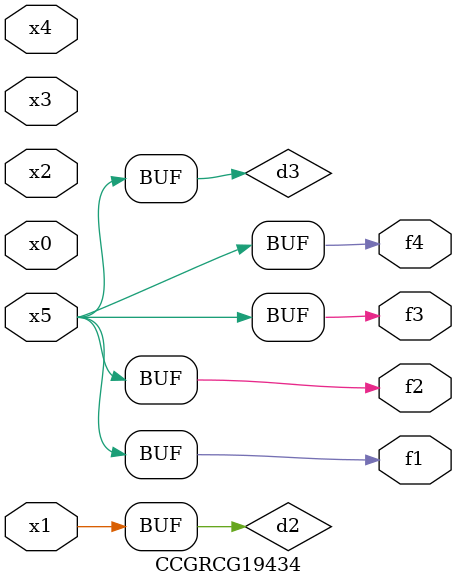
<source format=v>
module CCGRCG19434(
	input x0, x1, x2, x3, x4, x5,
	output f1, f2, f3, f4
);

	wire d1, d2, d3;

	not (d1, x5);
	or (d2, x1);
	xnor (d3, d1);
	assign f1 = d3;
	assign f2 = d3;
	assign f3 = d3;
	assign f4 = d3;
endmodule

</source>
